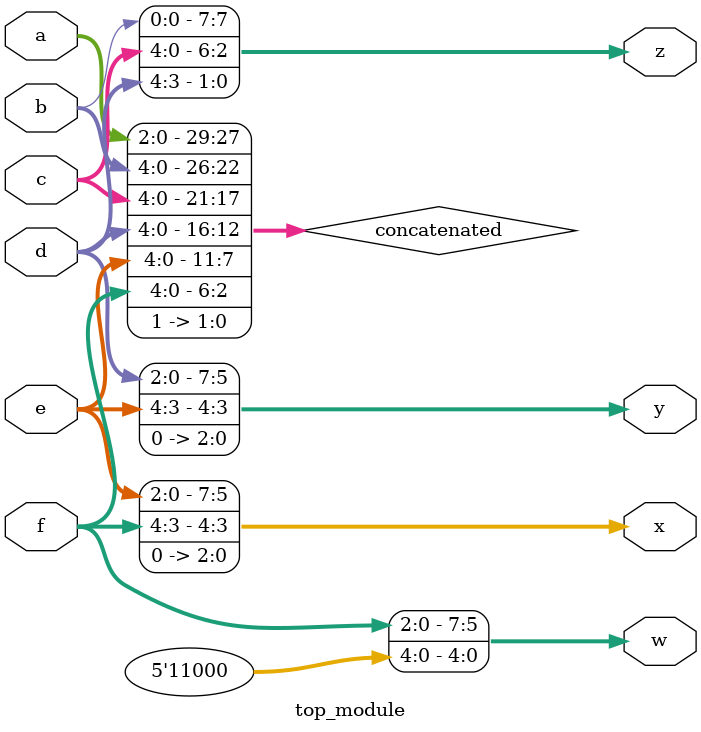
<source format=sv>
module top_module (
    input [4:0] a,
    input [4:0] b,
    input [4:0] c,
    input [4:0] d,
    input [4:0] e,
    input [4:0] f,
    output [7:0] w,
    output [7:0] x,
    output [7:0] y,
    output [7:0] z
);

wire [29:0] concatenated;

assign concatenated = {a, b, c, d, e, f, 2'b11};

assign w = {concatenated[4:0], 3'b0};
assign x = {concatenated[9:5], 3'b0};
assign y = {concatenated[14:10], 3'b0};
assign z = {2'b0, concatenated[29:15]};

endmodule

</source>
